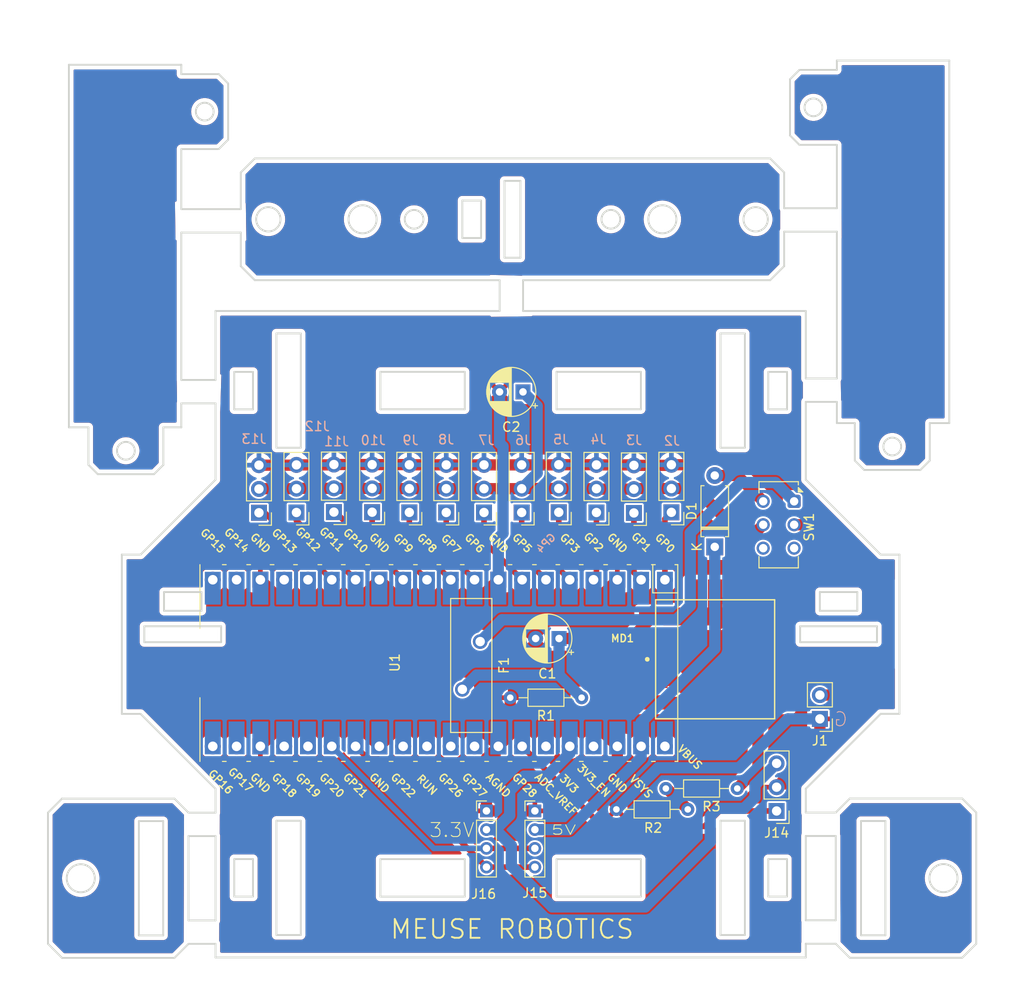
<source format=kicad_pcb>
(kicad_pcb (version 20240108) (generator "pcbnew") (generator_version "8.0")
  (layers (0 "F.Cu" signal) (31 "B.Cu" signal) (34 "B.Paste" user) (35 "F.Paste" user) (36 "B.SilkS" user "B.Silkscreen") (37 "F.SilkS" user "F.Silkscreen") (38 "B.Mask" user) (39 "F.Mask" user) (44 "Edge.Cuts" user))
  (net 0 "")
  (net 1 "GND")
  (net 2 "+VSW")
  (net 3 "+5V")
  (net 4 "Net-(D1-A)")
  (net 5 "+5VD")
  (net 6 "SV0")
  (net 7 "SV1")
  (net 8 "SV2")
  (net 9 "SV3")
  (net 10 "SV4")
  (net 11 "SV5")
  (net 12 "SV6")
  (net 13 "SV7")
  (net 14 "SV8")
  (net 15 "SV9")
  (net 16 "SV10")
  (net 17 "SV11")
  (net 18 "+3.3V")
  (net 19 "RMT")
  (net 20 "SDA")
  (net 21 "SCL")
  (net 23 "Net-(MD1-TRIM)")
  (net 26 "Net-(SW1A-A)")
  (net 27 "+BATT")
  (net 33 "Net-(R2-Pad2)")
  (footprint "RPi_Pico:RPi_Pico_SMD_TH" (layer "F.Cu") (at 135.23 109.86 -90)
    (property "Reference" "U1")
    (property "Value" "Pico")
  )
  (footprint "Connector_PinHeader_2.54mm:PinHeader_1x02_P2.54mm_Vertical" (layer "F.Cu") (at 175.9 115.82 180)
    (property "Reference" "J1")
    (property "Value" "Conn_01x02")
  )
  (footprint "Capacitor_THT:CP_Radial_D5.0mm_P2.50mm" (layer "F.Cu") (at 148.06 107.24 180)
    (property "Reference" "C1")
    (property "Value" "10u")
  )
  (footprint "Connector_PinHeader_2.54mm:PinHeader_1x03_P2.54mm_Vertical" (layer "F.Cu") (at 152.05 93.79 180)
    (property "Reference" "J4")
    (property "Value" "Conn_01x03")
  )
  (footprint "Connector_PinHeader_2.00mm:PinHeader_1x04_P2.00mm_Vertical" (layer "F.Cu") (at 145.48 125.64)
    (property "Reference" "J15")
    (property "Value" "Conn_01x04")
  )
  (footprint "Connector_PinHeader_2.54mm:PinHeader_1x03_P2.54mm_Vertical" (layer "F.Cu") (at 128.11 93.76 180)
    (property "Reference" "J10")
    (property "Value" "Conn_01x03")
  )
  (footprint "Connector_PinHeader_2.00mm:PinHeader_1x04_P2.00mm_Vertical" (layer "F.Cu") (at 140.31 125.64)
    (property "Reference" "J16")
    (property "Value" "Conn_01x04")
  )
  (footprint "Okl:MURATA_OKL-T-6-W12N-C_0" (layer "F.Cu") (at 164.72 109.46)
    (property "Reference" "MD1")
    (property "Value" "OKL-T_6-W12N-C")
  )
  (footprint "Connector_PinHeader_2.54mm:PinHeader_1x03_P2.54mm_Vertical" (layer "F.Cu") (at 171.28 125.65 180)
    (property "Reference" "J14")
    (property "Value" "Conn_01x03")
  )
  (footprint "Fuse:Fuse_BelFuse_0ZRE0055FF_L14.0mm_W4.1mm" (layer "F.Cu") (at 139.64 107.57 -90)
    (property "Reference" "F1")
    (property "Value" "Polyfuse_Small")
  )
  (footprint "Connector_PinHeader_2.54mm:PinHeader_1x03_P2.54mm_Vertical" (layer "F.Cu") (at 144.07 93.79 180)
    (property "Reference" "J6")
    (property "Value" "Conn_01x03")
  )
  (footprint "Connector_PinHeader_2.54mm:PinHeader_1x03_P2.54mm_Vertical" (layer "F.Cu") (at 136.02 93.79 180)
    (property "Reference" "J8")
    (property "Value" "Conn_01x03")
  )
  (footprint "Capacitor_THT:CP_Radial_D5.0mm_P2.50mm" (layer "F.Cu") (at 144.21 80.92 180)
    (property "Reference" "C2")
    (property "Value" "10u")
  )
  (footprint "Connector_PinHeader_2.54mm:PinHeader_1x03_P2.54mm_Vertical" (layer "F.Cu") (at 148.03 93.77 180)
    (property "Reference" "J5")
    (property "Value" "Conn_01x03")
  )
  (footprint "Connector_PinHeader_2.54mm:PinHeader_1x03_P2.54mm_Vertical" (layer "F.Cu") (at 156.05 93.84 180)
    (property "Reference" "J3")
    (property "Value" "Conn_01x03")
  )
  (footprint "Resistor_THT:R_Axial_DIN0204_L3.6mm_D1.6mm_P7.62mm_Horizontal" (layer "F.Cu") (at 150.47 113.56 180)
    (property "Reference" "R1")
    (property "Value" "20k")
  )
  (footprint "Connector_PinHeader_2.54mm:PinHeader_1x03_P2.54mm_Vertical" (layer "F.Cu") (at 116.03 93.82 180)
    (property "Reference" "J13")
    (property "Value" "Conn_01x03")
  )
  (footprint "Resistor_THT:R_Axial_DIN0204_L3.6mm_D1.6mm_P7.62mm_Horizontal" (layer "F.Cu") (at 167.08 123.25 180)
    (property "Reference" "R3")
    (property "Value" "1k")
  )
  (footprint "Button_Switch_THT:SW_CK_JS202011CQN_DPDT_Straight" (layer "F.Cu") (at 173.15 92.6 -90)
    (property "Reference" "SW1")
    (property "Value" "SW_DPDT_x2")
  )
  (footprint "Connector_PinHeader_2.54mm:PinHeader_1x03_P2.54mm_Vertical" (layer "F.Cu") (at 124.03 93.75 180)
    (property "Reference" "J11")
    (property "Value" "Conn_01x03")
  )
  (footprint "Resistor_THT:R_Axial_DIN0204_L3.6mm_D1.6mm_P7.62mm_Horizontal" (layer "F.Cu") (at 154.18 125.48)
    (property "Reference" "R2")
    (property "Value" "330")
  )
  (footprint "Connector_PinHeader_2.54mm:PinHeader_1x03_P2.54mm_Vertical" (layer "F.Cu") (at 160.05 93.775 180)
    (property "Reference" "J2")
    (property "Value" "Conn_01x03")
  )
  (footprint "Connector_PinHeader_2.54mm:PinHeader_1x03_P2.54mm_Vertical" (layer "F.Cu") (at 132.08 93.78 180)
    (property "Reference" "J9")
    (property "Value" "Conn_01x03")
  )
  (footprint "Connector_PinHeader_2.54mm:PinHeader_1x03_P2.54mm_Vertical" (layer "F.Cu") (at 120.03 93.79 180)
    (property "Reference" "J12")
    (property "Value" "Conn_01x03")
  )
  (footprint "Connector_PinHeader_2.54mm:PinHeader_1x03_P2.54mm_Vertical" (layer "F.Cu") (at 140.05 93.79 180)
    (property "Reference" "J7")
    (property "Value" "Conn_01x03")
  )
  (footprint "Diode_THT:D_A-405_P7.62mm_Horizontal" (layer "F.Cu") (at 164.68 97.46 90)
    (property "Reference" "D1")
    (property "Value" "D_Schottky")
  )
  (gr_line (start 111.394242 139.83) (end 108.51 139.83) (stroke (width 0.2)) (layer "Edge.Cuts"))
  (gr_line (start 111.994236 105.933685) (end 103.794236 105.933685) (stroke (width 0.2)) (layer "Edge.Cuts"))
  (gr_line (start 156.794243 134.789923) (end 156.794243 130.789923) (stroke (width 0.2)) (layer "Edge.Cuts"))
  (gr_line (start 143.938169 66.59691) (end 143.938169 58.39691) (stroke (width 0.2)) (layer "Edge.Cuts"))
  (gr_line (start 105.894236 102.283685) (end 105.894236 104.283685) (stroke (width 0.2)) (layer "Edge.Cuts"))
  (gr_line (start 114.088169 61.4133) (end 114.088169 57.49691) (stroke (width 0.2)) (layer "Edge.Cuts"))
  (gr_line (start 111.394242 72.283685) (end 141.720348 72.283685) (stroke (width 0.2)) (layer "Edge.Cuts"))
  (gr_line (start 179.091147 124.318234) (end 191.091147 124.318234) (stroke (width 0.2)) (layer "Edge.Cuts"))
  (gr_line (start 103.21 126.73) (end 103.21 138.93) (stroke (width 0.2)) (layer "Edge.Cuts"))
  (gr_line (start 170.588169 68.99691) (end 144.220348 68.99691) (stroke (width 0.2)) (layer "Edge.Cuts"))
  (gr_line (start 172.71202 47.549798) (end 173.712018 46.549798) (stroke (width 0.2)) (layer "Edge.Cuts"))
  (gr_line (start 109.894236 104.283685) (end 109.894236 102.283685) (stroke (width 0.2)) (layer "Edge.Cuts"))
  (gr_line (start 167.894243 86.877447) (end 167.894243 74.677447) (stroke (width 0.2)) (layer "Edge.Cuts"))
  (gr_line (start 179.091147 141.318234) (end 177.591147 139.818234) (stroke (width 0.2)) (layer "Edge.Cuts"))
  (gr_line (start 186.62706 89.249798) (end 180.62706 89.249798) (stroke (width 0.2)) (layer "Edge.Cuts"))
  (gr_line (start 147.794243 134.789923) (end 156.794243 134.789923) (stroke (width 0.2)) (layer "Edge.Cuts"))
  (gr_line (start 174.394243 90.2882) (end 182.394243 98.2882) (stroke (width 0.2)) (layer "Edge.Cuts"))
  (gr_line (start 165.294243 86.877447) (end 167.894243 86.877447) (stroke (width 0.2)) (layer "Edge.Cuts"))
  (gr_line (start 170.394243 130.783685) (end 170.394243 134.783685) (stroke (width 0.2)) (layer "Edge.Cuts"))
  (gr_line (start 128.994242 134.789923) (end 137.994242 134.789923) (stroke (width 0.2)) (layer "Edge.Cuts"))
  (gr_line (start 175.894249 104.283685) (end 179.894249 104.283685) (stroke (width 0.2)) (layer "Edge.Cuts"))
  (gr_line (start 115.394242 134.783685) (end 115.394242 130.783685) (stroke (width 0.2)) (layer "Edge.Cuts"))
  (gr_line (start 177.712029 63.816086) (end 172.088169 63.816086) (stroke (width 0.2)) (layer "Edge.Cuts"))
  (gr_line (start 128.994242 130.789923) (end 128.994242 134.789923) (stroke (width 0.2)) (layer "Edge.Cuts"))
  (gr_line (start 182.891147 138.918234) (end 182.891147 126.718234) (stroke (width 0.2)) (layer "Edge.Cuts"))
  (gr_line (start 98.827314 89.702253) (end 97.827314 88.702253) (stroke (width 0.2)) (layer "Edge.Cuts"))
  (gr_circle (center 169.044408 62.49691) (end 170.344408 62.49691) (stroke (width 0.2)) (fill none) (layer "Edge.Cuts"))
  (gr_line (start 120.494242 86.877446) (end 120.494242 74.677446) (stroke (width 0.2)) (layer "Edge.Cuts"))
  (gr_line (start 172.394243 130.783685) (end 170.394243 130.783685) (stroke (width 0.2)) (layer "Edge.Cuts"))
  (gr_line (start 187.62706 88.249798) (end 186.62706 89.249798) (stroke (width 0.2)) (layer "Edge.Cuts"))
  (gr_line (start 93.51 125.83) (end 95.01 124.33) (stroke (width 0.2)) (layer "Edge.Cuts"))
  (gr_line (start 177.712029 45.549798) (end 189.712029 45.549798) (stroke (width 0.2)) (layer "Edge.Cuts"))
  (gr_line (start 120.494242 126.689923) (end 117.894242 126.689923) (stroke (width 0.2)) (layer "Edge.Cuts"))
  (gr_line (start 172.394243 78.783685) (end 170.394243 78.783685) (stroke (width 0.2)) (layer "Edge.Cuts"))
  (gr_line (start 165.294243 74.677447) (end 165.294243 86.877447) (stroke (width 0.2)) (layer "Edge.Cuts"))
  (gr_line (start 172.088169 57.49691) (end 172.088169 61.316086) (stroke (width 0.2)) (layer "Edge.Cuts"))
  (gr_line (start 107.742346 84.702253) (end 105.827314 84.702253) (stroke (width 0.2)) (layer "Edge.Cuts"))
  (gr_line (start 170.588169 55.99691) (end 172.088169 57.49691) (stroke (width 0.2)) (layer "Edge.Cuts"))
  (gr_line (start 179.894249 102.283685) (end 175.894249 102.283685) (stroke (width 0.2)) (layer "Edge.Cuts"))
  (gr_line (start 165.294243 126.689923) (end 165.294243 138.889923) (stroke (width 0.2)) (layer "Edge.Cuts"))
  (gr_line (start 189.712028 84.249798) (end 187.62706 84.249798) (stroke (width 0.2)) (layer "Edge.Cuts"))
  (gr_line (start 128.994242 78.777446) (end 128.994242 82.777446) (stroke (width 0.2)) (layer "Edge.Cuts"))
  (gr_line (start 107.742345 63.9133) (end 107.742346 79.643655) (stroke (width 0.2)) (layer "Edge.Cuts"))
  (gr_circle (center 183.62706 86.749798) (end 184.57706 86.749798) (stroke (width 0.2)) (fill none) (layer "Edge.Cuts"))
  (gr_line (start 172.394243 134.783685) (end 172.394243 130.783685) (stroke (width 0.2)) (layer "Edge.Cuts"))
  (gr_line (start 111.394242 125.83) (end 111.394242 123.283685) (stroke (width 0.2)) (layer "Edge.Cuts"))
  (gr_line (start 107.742345 61.4133) (end 114.088169 61.4133) (stroke (width 0.2)) (layer "Edge.Cuts"))
  (gr_line (start 192.591147 125.818234) (end 192.591147 139.818234) (stroke (width 0.2)) (layer "Edge.Cuts"))
  (gr_line (start 174.394242 72.283685) (end 174.394243 79.484141) (stroke (width 0.2)) (layer "Edge.Cuts"))
  (gr_line (start 174.394243 123.27917) (end 174.394243 125.818234) (stroke (width 0.2)) (layer "Edge.Cuts"))
  (gr_line (start 95.742346 84.702253) (end 95.742344 46.002253) (stroke (width 0.2)) (layer "Edge.Cuts"))
  (gr_line (start 108.51 137.33) (end 111.394242 137.33) (stroke (width 0.2)) (layer "Edge.Cuts"))
  (gr_line (start 103.794236 107.633685) (end 111.994236 107.633685) (stroke (width 0.2)) (layer "Edge.Cuts"))
  (gr_line (start 111.394242 141.283685) (end 111.394242 139.83) (stroke (width 0.2)) (layer "Edge.Cuts"))
  (gr_line (start 101.394236 115.283685) (end 101.394236 98.283684) (stroke (width 0.2)) (layer "Edge.Cuts"))
  (gr_line (start 107.742344 47.002253) (end 111.742356 47.002253) (stroke (width 0.2)) (layer "Edge.Cuts"))
  (gr_line (start 177.712029 46.549798) (end 177.712029 45.549798) (stroke (width 0.2)) (layer "Edge.Cuts"))
  (gr_line (start 179.62706 84.249798) (end 177.712028 84.249798) (stroke (width 0.2)) (layer "Edge.Cuts"))
  (gr_line (start 177.712028 81.984141) (end 174.394243 81.984141) (stroke (width 0.2)) (layer "Edge.Cuts"))
  (gr_line (start 114.088169 63.9133) (end 107.742345 63.9133) (stroke (width 0.2)) (layer "Edge.Cuts"))
  (gr_line (start 177.712028 84.249798) (end 177.712028 81.984141) (stroke (width 0.2)) (layer "Edge.Cuts"))
  (gr_line (start 174.394243 128.318234) (end 174.394243 137.318234) (stroke (width 0.2)) (layer "Edge.Cuts"))
  (gr_line (start 172.712033 53.549798) (end 172.71202 47.549798) (stroke (width 0.2)) (layer "Edge.Cuts"))
  (gr_line (start 177.712029 54.549798) (end 173.712035 54.549798) (stroke (width 0.2)) (layer "Edge.Cuts"))
  (gr_line (start 187.62706 84.249798) (end 187.62706 88.249798) (stroke (width 0.2)) (layer "Edge.Cuts"))
  (gr_line (start 181.994249 105.933685) (end 173.794249 105.933685) (stroke (width 0.2)) (layer "Edge.Cuts"))
  (gr_circle (center 153.588169 62.49691) (end 154.588169 62.49691) (stroke (width 0.2)) (fill none) (layer "Edge.Cuts"))
  (gr_line (start 120.494242 138.889923) (end 120.494242 126.689923) (stroke (width 0.2)) (layer "Edge.Cuts"))
  (gr_circle (center 97.01 132.83) (end 98.51 132.83) (stroke (width 0.2)) (fill none) (layer "Edge.Cuts"))
  (gr_line (start 180.62706 89.249798) (end 179.62706 88.249798) (stroke (width 0.2)) (layer "Edge.Cuts"))
  (gr_line (start 117.894242 138.889923) (end 120.494242 138.889923) (stroke (width 0.2)) (layer "Edge.Cuts"))
  (gr_line (start 105.827314 84.702253) (end 105.827314 88.702253) (stroke (width 0.2)) (layer "Edge.Cuts"))
  (gr_line (start 97.827314 84.702253) (end 95.742346 84.702253) (stroke (width 0.2)) (layer "Edge.Cuts"))
  (gr_line (start 177.591147 125.818234) (end 179.091147 124.318234) (stroke (width 0.2)) (layer "Edge.Cuts"))
  (gr_line (start 111.394242 82.143655) (end 107.742346 82.143655) (stroke (width 0.2)) (layer "Edge.Cuts"))
  (gr_line (start 172.088169 61.316086) (end 177.712029 61.316086) (stroke (width 0.2)) (layer "Edge.Cuts"))
  (gr_line (start 179.62706 88.249798) (end 179.62706 84.249798) (stroke (width 0.2)) (layer "Edge.Cuts"))
  (gr_line (start 139.738169 60.49691) (end 137.738169 60.49691) (stroke (width 0.2)) (layer "Edge.Cuts"))
  (gr_line (start 107.01 124.33) (end 108.51 125.83) (stroke (width 0.2)) (layer "Edge.Cuts"))
  (gr_line (start 181.994249 107.633685) (end 181.994249 105.933685) (stroke (width 0.2)) (layer "Edge.Cuts"))
  (gr_line (start 95.01 141.33) (end 93.51 139.83) (stroke (width 0.2)) (layer "Edge.Cuts"))
  (gr_line (start 173.712035 54.549798) (end 172.712033 53.549798) (stroke (width 0.2)) (layer "Edge.Cuts"))
  (gr_line (start 109.894236 102.283685) (end 105.894236 102.283685) (stroke (width 0.2)) (layer "Edge.Cuts"))
  (gr_circle (center 132.588169 62.49691) (end 133.588169 62.49691) (stroke (width 0.2)) (fill none) (layer "Edge.Cuts"))
  (gr_line (start 177.591147 137.318234) (end 177.591147 128.318234) (stroke (width 0.2)) (layer "Edge.Cuts"))
  (gr_line (start 105.81 126.73) (end 103.21 126.73) (stroke (width 0.2)) (layer "Edge.Cuts"))
  (gr_line (start 173.794249 105.933685) (end 173.794249 107.633685) (stroke (width 0.2)) (layer "Edge.Cuts"))
  (gr_line (start 180.291147 126.718234) (end 180.291147 138.918234) (stroke (width 0.2)) (layer "Edge.Cuts"))
  (gr_line (start 111.994236 107.633685) (end 111.994236 105.933685) (stroke (width 0.2)) (layer "Edge.Cuts"))
  (gr_line (start 167.894243 138.889923) (end 167.894243 126.689923) (stroke (width 0.2)) (layer "Edge.Cuts"))
  (gr_line (start 142.238169 58.39691) (end 142.238169 66.59691) (stroke (width 0.2)) (layer "Edge.Cuts"))
  (gr_line (start 172.088169 67.49691) (end 170.588169 68.99691) (stroke (width 0.2)) (layer "Edge.Cuts"))
  (gr_line (start 107.01 141.33) (end 95.01 141.33) (stroke (width 0.2)) (layer "Edge.Cuts"))
  (gr_line (start 173.712018 46.549798) (end 177.712029 46.549798) (stroke (width 0.2)) (layer "Edge.Cuts"))
  (gr_line (start 103.21 138.93) (end 105.81 138.93) (stroke (width 0.2)) (layer "Edge.Cuts"))
  (gr_line (start 175.894249 102.283685) (end 175.894249 104.283685) (stroke (width 0.2)) (layer "Edge.Cuts"))
  (gr_line (start 117.894242 86.877446) (end 120.494242 86.877446) (stroke (width 0.2)) (layer "Edge.Cuts"))
  (gr_line (start 104.827314 89.702253) (end 98.827314 89.702253) (stroke (width 0.2)) (layer "Edge.Cuts"))
  (gr_line (start 141.720348 68.99691) (end 115.588169 68.99691) (stroke (width 0.2)) (layer "Edge.Cuts"))
  (gr_line (start 177.591147 128.318234) (end 174.394243 128.318234) (stroke (width 0.2)) (layer "Edge.Cuts"))
  (gr_circle (center 110.242346 51.002259) (end 111.192346 51.002259) (stroke (width 0.2)) (fill none) (layer "Edge.Cuts"))
  (gr_line (start 191.091147 124.318234) (end 192.591147 125.818234) (stroke (width 0.2)) (layer "Edge.Cuts"))
  (gr_line (start 112.742353 48.002253) (end 112.742341 54.002253) (stroke (width 0.2)) (layer "Edge.Cuts"))
  (gr_circle (center 189.091147 132.818234) (end 190.591147 132.818234) (stroke (width 0.2)) (fill none) (layer "Edge.Cuts"))
  (gr_line (start 113.394242 130.783685) (end 113.394242 134.783685) (stroke (width 0.2)) (layer "Edge.Cuts"))
  (gr_line (start 105.827314 88.702253) (end 104.827314 89.702253) (stroke (width 0.2)) (layer "Edge.Cuts"))
  (gr_line (start 95.742344 46.002253) (end 107.742344 46.002253) (stroke (width 0.2)) (layer "Edge.Cuts"))
  (gr_line (start 105.894236 104.283685) (end 109.894236 104.283685) (stroke (width 0.2)) (layer "Edge.Cuts"))
  (gr_line (start 103.394242 115.283685) (end 101.394236 115.283685) (stroke (width 0.2)) (layer "Edge.Cuts"))
  (gr_line (start 141.720348 72.283685) (end 141.720348 68.99691) (stroke (width 0.2)) (layer "Edge.Cuts"))
  (gr_line (start 115.394242 130.783685) (end 113.394242 130.783685) (stroke (width 0.2)) (layer "Edge.Cuts"))
  (gr_line (start 112.742341 54.002253) (end 111.742339 55.002253) (stroke (width 0.2)) (layer "Edge.Cuts"))
  (gr_line (start 174.394243 137.318234) (end 177.591147 137.318234) (stroke (width 0.2)) (layer "Edge.Cuts"))
  (gr_line (start 103.794236 105.933685) (end 103.794236 107.633685) (stroke (width 0.2)) (layer "Edge.Cuts"))
  (gr_line (start 144.220348 72.283685) (end 174.394242 72.283685) (stroke (width 0.2)) (layer "Edge.Cuts"))
  (gr_line (start 111.394242 90.283684) (end 111.394242 82.143655) (stroke (width 0.2)) (layer "Edge.Cuts"))
  (gr_line (start 111.394242 137.33) (end 111.394242 128.33) (stroke (width 0.2)) (layer "Edge.Cuts"))
  (gr_line (start 182.394243 98.2882) (end 184.394249 98.2882) (stroke (width 0.2)) (layer "Edge.Cuts"))
  (gr_line (start 182.891147 126.718234) (end 180.291147 126.718234) (stroke (width 0.2)) (layer "Edge.Cuts"))
  (gr_line (start 180.291147 138.918234) (end 182.891147 138.918234) (stroke (width 0.2)) (layer "Edge.Cuts"))
  (gr_line (start 107.742344 46.002253) (end 107.742344 47.002253) (stroke (width 0.2)) (layer "Edge.Cuts"))
  (gr_line (start 137.994242 130.789923) (end 128.994242 130.789923) (stroke (width 0.2)) (layer "Edge.Cuts"))
  (gr_circle (center 117.031931 62.49691) (end 118.331931 62.49691) (stroke (width 0.2)) (fill none) (layer "Edge.Cuts"))
  (gr_line (start 143.938169 58.39691) (end 142.238169 58.39691) (stroke (width 0.2)) (layer "Edge.Cuts"))
  (gr_line (start 137.994242 78.777446) (end 128.994242 78.777446) (stroke (width 0.2)) (layer "Edge.Cuts"))
  (gr_line (start 113.394242 78.783685) (end 113.394242 82.783685) (stroke (width 0.2)) (layer "Edge.Cuts"))
  (gr_line (start 97.827314 88.702253) (end 97.827314 84.702253) (stroke (width 0.2)) (layer "Edge.Cuts"))
  (gr_line (start 172.088169 63.816086) (end 172.088169 67.49691) (stroke (width 0.2)) (layer "Edge.Cuts"))
  (gr_line (start 147.794243 130.789923) (end 147.794243 134.789923) (stroke (width 0.2)) (layer "Edge.Cuts"))
  (gr_line (start 182.394243 115.27917) (end 174.394243 123.27917) (stroke (width 0.2)) (layer "Edge.Cuts"))
  (gr_line (start 156.794243 82.777447) (end 156.794243 78.777447) (stroke (width 0.2)) (layer "Edge.Cuts"))
  (gr_line (start 115.394242 82.783685) (end 115.394242 78.783685) (stroke (width 0.2)) (layer "Edge.Cuts"))
  (gr_line (start 174.394243 79.484141) (end 177.712028 79.484141) (stroke (width 0.2)) (layer "Edge.Cuts"))
  (gr_line (start 177.712028 79.484141) (end 177.712029 63.816086) (stroke (width 0.2)) (layer "Edge.Cuts"))
  (gr_line (start 177.591147 139.818234) (end 174.394243 139.818234) (stroke (width 0.2)) (layer "Edge.Cuts"))
  (gr_line (start 142.238169 66.59691) (end 143.938169 66.59691) (stroke (width 0.2)) (layer "Edge.Cuts"))
  (gr_line (start 174.394243 125.818234) (end 177.591147 125.818234) (stroke (width 0.2)) (layer "Edge.Cuts"))
  (gr_line (start 137.994242 134.789923) (end 137.994242 130.789923) (stroke (width 0.2)) (layer "Edge.Cuts"))
  (gr_line (start 108.51 139.83) (end 107.01 141.33) (stroke (width 0.2)) (layer "Edge.Cuts"))
  (gr_line (start 137.994242 82.777446) (end 137.994242 78.777446) (stroke (width 0.2)) (layer "Edge.Cuts"))
  (gr_line (start 156.794243 78.777447) (end 147.794243 78.777447) (stroke (width 0.2)) (layer "Edge.Cuts"))
  (gr_line (start 170.394243 134.783685) (end 172.394243 134.783685) (stroke (width 0.2)) (layer "Edge.Cuts"))
  (gr_line (start 120.494242 74.677446) (end 117.894242 74.677446) (stroke (width 0.2)) (layer "Edge.Cuts"))
  (gr_line (start 111.394242 123.283685) (end 103.394242 115.283685) (stroke (width 0.2)) (layer "Edge.Cuts"))
  (gr_line (start 184.394249 98.2882) (end 184.394249 115.27917) (stroke (width 0.2)) (layer "Edge.Cuts"))
  (gr_line (start 184.394249 115.27917) (end 182.394243 115.27917) (stroke (width 0.2)) (layer "Edge.Cuts"))
  (gr_line (start 115.394242 78.783685) (end 113.394242 78.783685) (stroke (width 0.2)) (layer "Edge.Cuts"))
  (gr_line (start 107.742346 82.143655) (end 107.742346 84.702253) (stroke (width 0.2)) (layer "Edge.Cuts"))
  (gr_line (start 137.738169 60.49691) (end 137.738169 64.49691) (stroke (width 0.2)) (layer "Edge.Cuts"))
  (gr_line (start 117.894242 74.677446) (end 117.894242 86.877446) (stroke (width 0.2)) (layer "Edge.Cuts"))
  (gr_line (start 103.394242 98.283684) (end 111.394242 90.283684) (stroke (width 0.2)) (layer "Edge.Cuts"))
  (gr_line (start 174.394243 139.818234) (end 174.394243 141.283685) (stroke (width 0.2)) (layer "Edge.Cuts"))
  (gr_line (start 172.394243 82.783685) (end 172.394243 78.783685) (stroke (width 0.2)) (layer "Edge.Cuts"))
  (gr_line (start 114.088169 67.49691) (end 114.088169 63.9133) (stroke (width 0.2)) (layer "Edge.Cuts"))
  (gr_line (start 95.01 124.33) (end 107.01 124.33) (stroke (width 0.2)) (layer "Edge.Cuts"))
  (gr_line (start 114.088169 57.49691) (end 115.588169 55.99691) (stroke (width 0.2)) (layer "Edge.Cuts"))
  (gr_line (start 105.81 138.93) (end 105.81 126.73) (stroke (width 0.2)) (layer "Edge.Cuts"))
  (gr_line (start 174.394243 81.984141) (end 174.394243 90.2882) (stroke (width 0.2)) (layer "Edge.Cuts"))
  (gr_circle (center 159.088169 62.49691) (end 160.588169 62.49691) (stroke (width 0.2)) (fill none) (layer "Edge.Cuts"))
  (gr_line (start 107.742346 79.643655) (end 111.394242 79.643655) (stroke (width 0.2)) (layer "Edge.Cuts"))
  (gr_line (start 173.794249 107.633685) (end 181.994249 107.633685) (stroke (width 0.2)) (layer "Edge.Cuts"))
  (gr_circle (center 101.827314 87.202253) (end 102.777314 87.202253) (stroke (width 0.2)) (fill none) (layer "Edge.Cuts"))
  (gr_line (start 113.394242 134.783685) (end 115.394242 134.783685) (stroke (width 0.2)) (layer "Edge.Cuts"))
  (gr_line (start 115.588169 55.99691) (end 170.588169 55.99691) (stroke (width 0.2)) (layer "Edge.Cuts"))
  (gr_line (start 177.712029 61.316086) (end 177.712029 54.549798) (stroke (width 0.2)) (layer "Edge.Cuts"))
  (gr_circle (center 127.088169 62.49691) (end 128.588169 62.49691) (stroke (width 0.2)) (fill none) (layer "Edge.Cuts"))
  (gr_line (start 108.51 125.83) (end 111.394242 125.83) (stroke (width 0.2)) (layer "Edge.Cuts"))
  (gr_line (start 128.994242 82.777446) (end 137.994242 82.777446) (stroke (width 0.2)) (layer "Edge.Cuts"))
  (gr_line (start 111.394242 79.643655) (end 111.394242 72.283685) (stroke (width 0.2)) (layer "Edge.Cuts"))
  (gr_line (start 111.394242 128.33) (end 108.51 128.33) (stroke (width 0.2)) (layer "Edge.Cuts"))
  (gr_line (start 189.712029 45.549798) (end 189.712028 84.249798) (stroke (width 0.2)) (layer "Edge.Cuts"))
  (gr_line (start 111.742356 47.002253) (end 112.742353 48.002253) (stroke (width 0.2)) (layer "Edge.Cuts"))
  (gr_line (start 174.394243 141.283685) (end 111.394242 141.283685) (stroke (width 0.2)) (layer "Edge.Cuts"))
  (gr_line (start 179.894249 104.283685) (end 179.894249 102.283685) (stroke (width 0.2)) (layer "Edge.Cuts"))
  (gr_line (start 101.394236 98.283684) (end 103.394242 98.283684) (stroke (width 0.2)) (layer "Edge.Cuts"))
  (gr_line (start 170.394243 78.783685) (end 170.394243 82.783685) (stroke (width 0.2)) (layer "Edge.Cuts"))
  (gr_line (start 191.091147 141.318234) (end 179.091147 141.318234) (stroke (width 0.2)) (layer "Edge.Cuts"))
  (gr_line (start 165.294243 138.889923) (end 167.894243 138.889923) (stroke (width 0.2)) (layer "Edge.Cuts"))
  (gr_line (start 137.738169 64.49691) (end 139.738169 64.49691) (stroke (width 0.2)) (layer "Edge.Cuts"))
  (gr_line (start 167.894243 74.677447) (end 165.294243 74.677447) (stroke (width 0.2)) (layer "Edge.Cuts"))
  (gr_line (start 93.51 139.83) (end 93.51 125.83) (stroke (width 0.2)) (layer "Edge.Cuts"))
  (gr_line (start 147.794243 78.777447) (end 147.794243 82.777447) (stroke (width 0.2)) (layer "Edge.Cuts"))
  (gr_line (start 147.794243 82.777447) (end 156.794243 82.777447) (stroke (width 0.2)) (layer "Edge.Cuts"))
  (gr_line (start 111.742339 55.002253) (end 107.742344 55.002253) (stroke (width 0.2)) (layer "Edge.Cuts"))
  (gr_line (start 113.394242 82.783685) (end 115.394242 82.783685) (stroke (width 0.2)) (layer "Edge.Cuts"))
  (gr_line (start 115.588169 68.99691) (end 114.088169 67.49691) (stroke (width 0.2)) (layer "Edge.Cuts"))
  (gr_line (start 117.894242 126.689923) (end 117.894242 138.889923) (stroke (width 0.2)) (layer "Edge.Cuts"))
  (gr_circle (center 175.212028 50.549804) (end 176.162028 50.549804) (stroke (width 0.2)) (fill none) (layer "Edge.Cuts"))
  (gr_line (start 107.742344 55.002253) (end 107.742345 61.4133) (stroke (width 0.2)) (layer "Edge.Cuts"))
  (gr_line (start 167.894243 126.689923) (end 165.294243 126.689923) (stroke (width 0.2)) (layer "Edge.Cuts"))
  (gr_line (start 192.591147 139.818234) (end 191.091147 141.318234) (stroke (width 0.2)) (layer "Edge.Cuts"))
  (gr_line (start 108.51 128.33) (end 108.51 137.33) (stroke (width 0.2)) (layer "Edge.Cuts"))
  (gr_line (start 144.220348 68.99691) (end 144.220348 72.283685) (stroke (width 0.2)) (layer "Edge.Cuts"))
  (gr_line (start 170.394243 82.783685) (end 172.394243 82.783685) (stroke (width 0.2)) (layer "Edge.Cuts"))
  (gr_line (start 156.794243 130.789923) (end 147.794243 130.789923) (stroke (width 0.2)) (layer "Edge.Cuts"))
  (gr_line (start 139.738169 64.49691) (end 139.738169 60.49691) (stroke (width 0.2)) (layer "Edge.Cuts"))
  (gr_text "G" (at 178.95 116.74 -0) (layer "B.SilkS") (effects (font (size 1.5 1.5) (thickness 0.1)) (justify left bottom mirror)))
  (gr_text "MEUSE ROBOTICS" (at 129.92 139.44 0) (layer "F.SilkS") (effects (font (size 2 2) (thickness 0.2)) (justify left bottom)))
  (gr_text "5V" (at 147.13 128.26 0) (layer "F.SilkS") (effects (font (size 1 1.5) (thickness 0.1)) (justify left bottom)))
  (gr_text "3.3V" (at 134.13 128.57 0) (layer "F.SilkS") (effects (font (size 1.5 1.5) (thickness 0.1)) (justify left bottom)))
  (segment (start 136.01 88.7) (end 136.02 88.71) (width 1.2) (layer "F.Cu") (net 1))
  (segment (start 171.28 123.11) (end 175.9 118.49) (width 1.2) (layer "F.Cu") (net 1))
  (segment (start 158.12 109.46) (end 145.58 109.46) (width 1.2) (layer "F.Cu") (net 1))
  (segment (start 116.06 88.71) (end 116.03 88.74) (width 1.2) (layer "F.Cu") (net 1))
  (segment (start 128.88 100.97) (end 127.23 102.62) (width 1.2) (layer "F.Cu") (net 1))
  (segment (start 175.9 118.49) (end 175.9 115.82) (width 1.2) (layer "F.Cu") (net 1))
  (segment (start 128.1 88.67) (end 128.11 88.68) (width 1.2) (layer "F.Cu") (net 1))
  (segment (start 145.56 107.24) (end 145.56 109.48) (width 1.2) (layer "F.Cu") (net 1))
  (segment (start 141.58 103.26) (end 145.56 107.24) (width 1.2) (layer "F.Cu") (net 1))
  (segment (start 148.05 88.71) (end 148.03 88.69) (width 1.2) (layer "F.Cu") (net 1))
  (segment (start 132.075 88.745) (end 132.06 88.73) (width 1.2) (layer "F.Cu") (net 1))
  (segment (start 141.58 100.97) (end 141.58 103.26) (width 1.2) (layer "F.Cu") (net 1))
  (segment (start 132.06 88.68) (end 132.08 88.7) (width 1.2) (layer "F.Cu") (net 1))
  (segment (start 145.56 106.10863) (end 147.81863 103.85) (width 1.2) (layer "F.Cu") (net 1))
  (segment (start 139.93 102.62) (end 130.53 102.62) (width 1.2) (layer "F.Cu") (net 1))
  (segment (start 120.07 88.67) (end 120.03 88.71) (width 1.2) (layer "F.Cu") (net 1))
  (segment (start 145.56 109.48) (end 145.56 110.85) (width 1.2) (layer "F.Cu") (net 1))
  (segment (start 159.985 88.76) (end 160.05 88.695) (width 1.2) (layer "F.Cu") (net 1))
  (segment (start 152.1 88.76) (end 152.05 88.71) (width 1.2) (layer "F.Cu") (net 1))
  (segment (start 127.23 102.62) (end 117.83 102.62) (width 1.2) (layer "F.Cu") (net 1))
  (segment (start 156 88.71) (end 156.05 88.76) (width 1.2) (layer "F.Cu") (net 1))
  (segment (start 164.72 109.43) (end 164.72 106.031) (width 1.2) (layer "F.Cu") (net 1))
  (segment (start 140.31 125.64) (end 145.48 125.64) (width 1.2) (layer "F.Cu") (net 1))
  (segment (start 148.03 88.69) (end 152.03 88.69) (width 1.2) (layer "F.Cu") (net 1))
  (segment (start 145.56 107.24) (end 145.56 106.10863) (width 1.2) (layer "F.Cu") (net 1))
  (segment (start 132.08 88.7) (end 136.01 88.7) (width 1.2) (layer "F.Cu") (net 1))
  (segment (start 141.58 100.97) (end 139.93 102.62) (width 1.2) (layer "F.Cu") (net 1))
  (segment (start 120.03 88.71) (end 123.99 88.71) (width 1.2) (layer "F.Cu") (net 1))
  (segment (start 142.85 116.72) (end 143.23 117.1) (width 1.2) (layer "F.Cu") (net 1))
  (segment (start 147.81863 103.85) (end 151.4 103.85) (width 1.2) (layer "F.Cu") (net 1))
  (segment (start 141.55 118.42) (end 141.55 118.8) (width 1.2) (layer "F.Cu") (net 1))
  (segment (start 144.07 88.71) (end 148.01 88.71) (width 1.2) (layer "F.Cu") (net 1))
  (segment (start 120 88.74) (end 120.03 88.71) (width 1.2) (layer "F.Cu") (net 1))
  (segment (start 139.93 117.1) (end 130.53 117.1) (width 1.2) (layer "F.Cu") (net 1))
  (segment (start 117.83 102.62) (end 116.18 100.97) (width 1.2) (layer "F.Cu") (net 1))
  (segment (start 154.28 118.75) (end 152.63 117.1) (width 1.2) (layer "F.Cu") (net 1))
  (segment (start 148.01 88.71) (end 148.03 88.69) (width 1.2) (layer "F.Cu") (net 1))
  (segment (start 140.11 88.73) (end 140.06 88.68) (width 1.2) (layer "F.Cu") (net 1))
  (segment (start 145.58 109.46) (end 145.56 109.48) (width 1.2) (layer "F.Cu") (net 1))
  (segment (start 128.16 88.73) (end 128.11 88.68) (width 1.2) (layer "F.Cu") (net 1))
  (segment (start 130.53 117.1) (end 128.88 118.75) (width 1.2) (layer "F.Cu") (net 1))
  (segment (start 141.58 118.75) (end 139.93 117.1) (width 1.2) (layer "F.Cu") (net 1))
  (segment (start 117.83 117.1) (end 116.18 118.75) (width 1.2) (layer "F.Cu") (net 1))
  (segment (start 136.145 88.68) (end 136.08 88.745) (width 1.2) (layer "F.Cu") (net 1))
  (segment (start 145.56 110.85) (end 142.85 113.56) (width 1.2) (layer "F.Cu") (net 1))
  (segment (start 152.03 88.69) (end 152.05 88.71) (width 1.2) (layer "F.Cu") (net 1))
  (segment (start 116.03 88.74) (end 120 88.74) (width 1.2) (layer "F.Cu") (net 1))
  (segment (start 140.05 88.71) (end 144.07 88.71) (width 1.2) (layer "F.Cu") (net 1))
  (segment (start 164.69 109.46) (end 164.72 109.43) (width 1.2) (layer "F.Cu") (net 1))
  (segment (start 171.28 123.11) (end 171.5 122.89) (width 1.2) (layer "F.Cu") (net 1))
  (segment (start 130.53 102.62) (end 128.88 100.97) (width 1.2) (layer "F.Cu") (net 1))
  (segment (start 136.02 88.71) (end 140.05 88.71) (width 1.2) (layer "F.Cu") (net 1))
  (segment (start 160.05 88.695) (end 162.275 88.695) (width 1.2) (layer "F.Cu") (net 1))
  (segment (start 127.23 117.1) (end 117.83 117.1) (width 1.2) (layer "F.Cu") (net 1))
  (segment (start 162.275 88.695) (end 162.32 88.65) (width 1.2) (layer "F.Cu") (net 1))
  (segment (start 124.03 88.67) (end 128.1 88.67) (width 1.2) (layer "F.Cu") (net 1))
  (segment (start 164.72 106.031) (end 165.863 104.888) (width 1.2) (layer "F.Cu") (net 1))
  (segment (start 124.04 88.68) (end 124.03 88.67) (width 1.2) (layer "F.Cu") (net 1))
  (segment (start 151.4 103.85) (end 154.28 100.97) (width 1.2) (layer "F.Cu") (net 1))
  (segment (start 128.11 88.68) (end 132.06 88.68) (width 1.2) (layer "F.Cu") (net 1))
  (segment (start 154.28 118.75) (end 154.28 125.38) (width 1.2) (layer "F.Cu") (net 1))
  (segment (start 143.23 117.1) (end 141.58 118.75) (width 1.2) (layer "F.Cu") (net 1))
  (segment (start 142.85 113.56) (end 142.85 116.72) (width 1.2) (layer "F.Cu") (net 1))
  (segment (start 152.63 117.1) (end 143.23 117.1) (width 1.2) (layer "F.Cu") (net 1))
  (segment (start 164.72 114.032) (end 164.72 109.43) (width 1.2) (layer "F.Cu") (net 1))
  (segment (start 140.31 120.02) (end 141.58 118.75) (width 1.2) (layer "F.Cu") (net 1))
  (segment (start 156.05 88.76) (end 159.985 88.76) (width 1.2) (layer "F.Cu") (net 1))
  (segment (start 123.99 88.71) (end 124.03 88.67) (width 1.2) (layer "F.Cu") (net 1))
  (segment (start 160.148 109.46) (end 164.69 109.46) (width 1.2) (layer "F.Cu") (net 1))
  (segment (start 128.88 118.75) (end 127.23 117.1) (width 1.2) (layer "F.Cu") (net 1))
  (segment (start 140.31 125.64) (end 140.31 120.02) (width 1.2) (layer "F.Cu") (net 1))
  (segment (start 152.05 88.71) (end 156 88.71) (width 1.2) (layer "F.Cu") (net 1))
  (segment (start 154.28 125.38) (end 154.18 125.48) (width 1.2) (layer "F.Cu") (net 1))
  (segment (start 156.115 88.695) (end 156.05 88.76) (width 1.2) (layer "F.Cu") (net 1))
  (segment (start 144.1 88.69) (end 144.06 88.73) (width 1.2) (layer "F.Cu") (net 1))
  (segment (start 141.71 86.39) (end 141.71 80.92) (width 1.2) (layer "B.Cu") (net 1))
  (segment (start 167.28 121.04) (end 172.5 115.82) (width 1.2) (layer "B.Cu") (net 1))
  (segment (start 172.5 115.82) (end 175.9 115.82) (width 1.2) (layer "B.Cu") (net 1))
  (segment (start 141.58 96.52) (end 142.08 96.02) (width 1.2) (layer "B.Cu") (net 1))
  (segment (start 158.62 121.04) (end 167.28 121.04) (width 1.2) (layer "B.Cu") (net 1))
  (segment (start 154.18 125.48) (end 158.62 121.04) (width 1.2) (layer "B.Cu") (net 1))
  (segment (start 141.58 100.97) (end 141.58 96.52) (width 1.2) (layer "B.Cu") (net 1))
  (segment (start 142.08 96.02) (end 142.08 86.76) (width 1.2) (layer "B.Cu") (net 1))
  (segment (start 142.08 86.76) (end 141.71 86.39) (width 1.2) (layer "B.Cu") (net 1))
  (segment (start 148.06 107.24) (end 155.74 107.24) (width 1.2) (layer "F.Cu") (net 2))
  (segment (start 155.74 107.24) (end 158.12 104.86) (width 1.2) (layer "F.Cu") (net 2))
  (segment (start 137.74 112.67) (end 139.26 111.15) (width 1.2) (layer "B.Cu") (net 2))
  (segment (start 148.06 107.24) (end 148.06 111.15) (width 1.2) (layer "B.Cu") (net 2))
  (segment (start 148.06 111.15) (end 150.47 113.56) (width 1.2) (layer "B.Cu") (net 2))
  (segment (start 139.26 111.15) (end 148.06 111.15) (width 1.2) (layer "B.Cu") (net 2))
  (segment (start 144.09 91.23) (end 144.07 91.25) (width 1.2) (layer "F.Cu") (net 3))
  (segment (start 169.292 106.031) (end 169.292 109.46) (width 1.2) (layer "F.Cu") (net 3))
  (segment (start 147.99 91.27) (end 148.03 91.23) (width 1.2) (layer "F.Cu") (net 3))
  (segment (start 169.282 109.47) (end 169.292 109.46) (width 1.2) (layer "F.Cu") (net 3))
  (segment (start 156 91.25) (end 156.05 91.3) (width 1.2) (layer "F.Cu") (net 3))
  (segment (start 156.05 91.3) (end 152.1 91.3) (width 1.2) (layer "F.Cu") (net 3))
  (segment (start 167.39 96.018679) (end 167.39 98.95) (width 1.2) (layer "F.Cu") (net 3))
  (segment (start 168.931321 96.018679) (end 169.85 95.1) (width 1.2) (layer "F.Cu") (net 3))
  (segment (start 169.292 100.852) (end 169.292 106.031) (width 1.2) (layer "F.Cu") (net 3))
  (segment (start 167.39 98.95) (end 169.292 100.852) (width 1.2) (layer "F.Cu") (net 3))
  (segment (start 144.01 91.22) (end 144.06 91.27) (width 1.2) (layer "F.Cu") (net 3))
  (segment (start 160.05 91.235) (end 162.606321 91.235) (width 1.2) (layer "F.Cu") (net 3))
  (segment (start 148.03 91.23) (end 144.09 91.23) (width 1.2) (layer "F.Cu") (net 3))
  (segment (start 152.05 91.25) (end 148.05 91.25) (width 1.2) (layer "F.Cu") (net 3))
  (segment (start 128.11 91.22) (end 124.04 91.22) (width 1.2) (layer "F.Cu") (net 3))
  (segment (start 144.07 91.25) (end 140.05 91.25) (width 1.2) (layer "F.Cu") (net 3))
  (segment (start 123.99 91.25) (end 124.03 91.21) (width 1.2) (layer "F.Cu") (net 3))
  (segment (start 120 91.28) (end 120.03 91.25) (width 1.2) (layer "F.Cu") (net 3))
  (segment (start 120.07 91.21) (end 120.03 91.25) (width 1.2) (layer "F.Cu") (net 3))
  (segment (start 128.1 91.21) (end 128.11 91.22) (width 1.2) (layer "F.Cu") (net 3))
  (segment (start 132.09 91.25) (end 132.08 91.24) (width 1.2) (layer "F.Cu") (net 3))
  (segment (start 116.06 91.25) (end 116.03 91.28) (width 1.2) (layer "F.Cu") (net 3))
  (segment (start 124.03 91.21) (end 120.07 91.21) (width 1.2) (layer "F.Cu") (net 3))
  (segment (start 159.985 91.3) (end 160.05 91.235) (width 1.2) (layer "F.Cu") (net 3))
  (segment (start 162.606321 91.235) (end 167.39 96.018679) (width 1.2) (layer "F.Cu") (net 3))
  (segment (start 152.1 91.3) (end 152.05 91.25) (width 1.2) (layer "F.Cu") (net 3))
  (segment (start 140.05 91.25) (end 136.02 91.25) (width 1.2) (layer "F.Cu") (net 3))
  (segment (start 167.39 96.018679) (end 168.931321 96.018679) (width 1.2) (layer "F.Cu") (net 3))
  (segment (start 128.13 91.24) (end 128.11 91.22) (width 1.2) (layer "F.Cu") (net 3))
  (segment (start 120.03 91.25) (end 116.06 91.25) (width 1.2) (layer "F.Cu") (net 3))
  (segment (start 169.262 109.49) (end 169.292 109.46) (width 1.2) (layer "F.Cu") (net 3))
  (segment (start 132.01 91.22) (end 132.06 91.27) (width 1.2) (layer "F.Cu") (net 3))
  (segment (start 156.115 91.235) (end 156.05 91.3) (width 1.2) (layer "F.Cu") (net 3))
  (segment (start 139.995 91.285) (end 140.06 91.22) (width 1.2) (layer "F.Cu") (net 3))
  (segment (start 152.03 91.23) (end 152.05 91.25) (width 1.2) (layer "F.Cu") (net 3))
  (segment (start 136.02 91.25) (end 132.09 91.25) (width 1.2) (layer "F.Cu") (net 3))
  (segment (start 160.05 91.235) (end 156.115 91.235) (width 1.2) (layer "F.Cu") (net 3))
  (segment (start 136.065 91.27) (end 136.08 91.285) (width 1.2) (layer "F.Cu") (net 3))
  (segment (start 124.04 91.22) (end 124.03 91.21) (width 1.2) (layer "F.Cu") (net 3))
  (segment (start 148.05 91.25) (end 148.03 91.23) (width 1.2) (layer "F.Cu") (net 3))
  (segment (start 132.08 91.24) (end 128.13 91.24) (width 1.2) (layer "F.Cu") (net 3))
  (segment (start 145.72 89.6) (end 144.07 91.25) (width 1.2) (layer "B.Cu") (net 3))
  (segment (start 145.72 82.43) (end 145.72 89.6) (width 1.2) (layer "B.Cu") (net 3))
  (segment (start 144.21 80.92) (end 145.72 82.43) (width 1.2) (layer "B.Cu") (net 3))
  (segment (start 167.09 89.84) (end 169.85 92.6) (width 1.2) (layer "F.Cu") (net 4))
  (segment (start 164.68 89.84) (end 167.09 89.84) (width 1.2) (layer "F.Cu") (net 4))
  (segment (start 145.48 127.64) (end 149.132081 127.64) (width 1.2) (layer "B.Cu") (net 5))
  (segment (start 156.82 116.19) (end 164.68 108.33) (width 1.2) (layer "B.Cu") (net 5))
  (segment (start 149.132081 127.64) (end 156.82 119.952081) (width 1.2) (layer "B.Cu") (net 5))
  (segment (start 156.82 119.952081) (end 156.82 118.75) (width 1.2) (layer "B.Cu") (net 5))
  (segment (start 164.68 108.33) (end 164.68 97.46) (width 1.2) (layer "B.Cu") (net 5))
  (segment (start 156.82 118.75) (end 156.82 116.19) (width 1.2) (layer "B.Cu") (net 5))
  (segment (start 159.36 100.97) (end 159.36 94.465) (width 0.6) (layer "F.Cu") (net 6))
  (segment (start 159.36 94.465) (end 160.05 93.775) (width 0.6) (layer "F.Cu") (net 6))
  (segment (start 156.05 100.2) (end 156.82 100.97) (width 0.6) (layer "F.Cu") (net 7))
  (segment (start 156.05 93.84) (end 156.05 100.2) (width 0.6) (layer "F.Cu") (net 7))
  (segment (start 151.71 94.13) (end 152.05 93.79) (width 0.6) (layer "F.Cu") (net 8))
  (segment (start 152.05 93.79) (end 152.05 100.66) (width 0.6) (layer "F.Cu") (net 8))
  (segment (start 152.05 100.66) (end 151.74 100.97) (width 0.6) (layer "F.Cu") (net 8))
  (segment (start 148.03 93.77) (end 148.03 99.8) (width 0.6) (layer "F.Cu") (net 9))
  (segment (start 148.03 99.8) (end 149.2 100.97) (width 0.6) (layer "F.Cu") (net 9))
  (segment (start 144.07 93.79) (end 144.07 98.38) (width 0.6) (layer "F.Cu") (net 10))
  (segment (start 144.07 98.38) (end 146.66 100.97) (width 0.6) (layer "F.Cu") (net 10))
  (segment (start 140.05 93.79) (end 140.05 96.9) (width 0.6) (layer "F.Cu") (net 11))
  (segment (start 140.05 96.9) (end 144.12 100.97) (width 0.6) (layer "F.Cu") (net 11))
  (segment (start 136.02 97.95) (end 139.04 100.97) (width 0.6) (layer "F.Cu") (net 12))
  (segment (start 136.02 93.79) (end 136.02 97.95) (width 0.6) (layer "F.Cu") (net 12))
  (segment (start 132.08 93.78) (end 132.08 96.55) (width 0.6) (layer "F.Cu") (net 13))
  (segment (start 132.08 96.55) (end 136.5 100.97) (width 0.6) (layer "F.Cu") (net 13))
  (segment (start 128.11 95.12) (end 133.96 100.97) (width 0.6) (layer "F.Cu") (net 14))
  (segment (start 128.11 93.76) (end 128.11 95.12) (width 0.6) (layer "F.Cu") (net 14))
  (segment (start 124.2 93.75) (end 131.42 100.97) (width 0.6) (layer "F.Cu") (net 15))
  (segment (start 124.03 93.75) (end 124.2 93.75) (width 0.6) (layer "F.Cu") (net 15))
  (segment (start 120.03 93.79) (end 120.03 94.66) (width 0.6) (layer "F.Cu") (net 16))
  (segment (start 120.03 94.66) (end 126.34 100.97) (width 0.6) (layer "F.Cu") (net 16))
  (segment (start 116.65 93.82) (end 123.8 100.97) (width 0.6) (layer "F.Cu") (net 17))
  (segment (start 116.03 93.82) (end 116.65 93.82) (width 0.6) (layer "F.Cu") (net 17))
  (segment (start 144.36 121.93) (end 146.76 121.93) (width 1.2) (layer "B.Cu") (net 18))
  (segment (start 147.338608 135.889923) (end 157.249878 135.889923) (width 1.2) (layer "B.Cu") (net 18))
  (segment (start 142.97 129.345406) (end 142.97 131.521315) (width 1.2) (layer "B.Cu") (net 18))
  (segment (start 164.194243 128.945558) (end 164.194243 126.205757) (width 1.2) (layer "B.Cu") (net 18))
  (segment (start 140.31 127.64) (end 141.264594 127.64) (width 1.2) (layer "B.Cu") (net 18))
  (segment (start 142.79 123.5) (end 144.36 121.93) (width 1.2) (layer "B.Cu") (net 18))
  (segment (start 146.76 121.93) (end 149.2 119.49) (width 1.2) (layer "B.Cu") (net 18))
  (segment (start 168.97 122.88) (end 171.28 120.57) (width 1.2) (layer "B.Cu") (net 18))
  (segment (start 164.194243 126.205757) (end 165.03 125.37) (width 1.2) (layer "B.Cu") (net 18))
  (segment (start 165.03 125.37) (end 167.81 125.37) (width 1.2) (layer "B.Cu") (net 18))
  (segment (start 168.97 124.21) (end 168.97 122.88) (width 1.2) (layer "B.Cu") (net 18))
  (segment (start 141.264594 127.64) (end 142.97 129.345406) (width 1.2) (layer "B.Cu") (net 18))
  (segment (start 167.81 125.37) (end 168.97 124.21) (width 1.2) (layer "B.Cu") (net 18))
  (segment (start 157.249878 135.889923) (end 164.194243 128.945558) (width 1.2) (layer "B.Cu") (net 18))
  (segment (start 149.2 119.49) (end 149.2 118.75) (width 1.2) (layer "B.Cu") (net 18))
  (segment (start 141.264594 127.64) (end 142.79 126.114594) (width 1.2) (layer "B.Cu") (net 18))
  (segment (start 142.79 126.114594) (end 142.79 123.5) (width 1.2) (layer "B.Cu") (net 18))
  (segment (start 142.97 131.521315) (end 147.338608 135.889923) (width 1.2) (layer "B.Cu") (net 18))
  (segment (start 165.202795 125.65) (end 171.28 125.65) (width 0.6) (layer "F.Cu") (net 19))
  (segment (start 152.66 127.29) (end 163.562795 127.29) (width 0.6) (layer "F.Cu") (net 19))
  (segment (start 163.562795 127.29) (end 165.202795 125.65) (width 0.6) (layer "F.Cu") (net 19))
  (segment (start 144.12 118.75) (end 152.66 127.29) (width 0.6) (layer "F.Cu") (net 19))
  (segment (start 140.31 129.64) (end 145.48 129.64) (width 0.6) (layer "F.Cu") (net 20))
  (segment (start 134.69 129.64) (end 140.31 129.64) (width 0.6) (layer "B.Cu") (net 20))
  (segment (start 123.8 118.75) (end 134.69 129.64) (width 0.6) (layer "B.Cu") (net 20))
  (segment (start 128.77 120.1) (end 127.69 120.1) (width 0.6) (layer "F.Cu") (net 21))
  (segment (start 145.48 131.64) (end 140.31 131.64) (width 0.6) (layer "F.Cu") (net 21))
  (segment (start 140.31 131.64) (end 128.77 120.1) (width 0.6) (layer "F.Cu") (net 21))
  (segment (start 127.69 120.1) (end 126.34 118.75) (width 0.6) (layer "F.Cu") (net 21))
  (segment (start 169.292 121.038) (end 169.292 114.032) (width 1.2) (layer "F.Cu") (net 23))
  (segment (start 167.08 123.25) (end 169.292 121.038) (width 1.2) (layer "F.Cu") (net 23))
  (segment (start 139.64 107.57) (end 141.97 105.24) (width 1.2) (layer "B.Cu") (net 26))
  (segment (start 162.07 103.74) (end 162.07 95.96) (width 1.2) (layer "B.Cu") (net 26))
  (segment (start 160.57 105.24) (end 162.07 103.74) (width 1.2) (layer "B.Cu") (net 26))
  (segment (start 162.07 95.96) (end 167.44 90.59) (width 1.2) (layer "B.Cu") (net 26))
  (segment (start 141.97 105.24) (end 160.57 105.24) (width 1.2) (layer "B.Cu") (net 26))
  (segment (start 171.14 90.59) (end 173.15 92.6) (width 1.2) (layer "B.Cu") (net 26))
  (segment (start 167.44 90.59) (end 171.14 90.59) (width 1.2) (layer "B.Cu") (net 26))
  (segment (start 179.26 113.28) (end 175.9 113.28) (width 1.2) (layer "F.Cu") (net 27))
  (segment (start 183.11 109.43) (end 179.26 113.28) (width 1.2) (layer "F.Cu") (net 27))
  (segment (start 176.23 95.1) (end 183.11 101.98) (width 1.2) (layer "F.Cu") (net 27))
  (segment (start 183.11 101.98) (end 183.11 109.43) (width 1.2) (layer "F.Cu") (net 27))
  (segment (start 173.15 95.1) (end 176.23 95.1) (width 1.2) (layer "F.Cu") (net 27))
  (segment (start 159.46 123.25) (end 159.57 123.25) (width 1.2) (layer "F.Cu") (net 33))
  (segment (start 159.57 123.25) (end 161.8 125.48) (width 1.2) (layer "F.Cu") (net 33))
  (zone (net 1) (net_name "GND") (layer "F.Cu") (connect_pads (clearance 0.5)) (min_thickness 0.25) (fill yes (thermal_gap 0.5) (thermal_bridge_width 0.5))
    (polygon (pts (xy 89.38 40.19) (xy 88.97 145.61) (xy 196.44 145.61) (xy 196.24 40.19) (xy 89.58 40.39)))
  )
  (zone (net 0) (net_name "") (layers "F&B.Cu") (connect_pads (clearance 0)) (min_thickness 0.25)
    (keepout (tracks not_allowed) (vias not_allowed) (pads not_allowed) (copperpour not_allowed) (footprints allowed))
    (fill (thermal_gap 0.5) (thermal_bridge_width 0.5))
    (polygon (pts (xy 173.96 124.92) (xy 173.92 140.82) (xy 178.12 140.78) (xy 178.04 124.96) (xy 173.96 125)))
  )
  (zone (net 0) (net_name "") (layers "F&B.Cu") (connect_pads (clearance 0)) (min_thickness 0.25)
    (keepout (tracks not_allowed) (vias not_allowed) (pads not_allowed) (copperpour not_allowed) (footprints allowed))
    (fill (thermal_gap 0.5) (thermal_bridge_width 0.5))
    (polygon (pts (xy 108.03 124.83) (xy 107.99 140.78) (xy 111.78 140.73) (xy 111.86 124.91) (xy 108.11 124.87)))
  )
  (zone (net 0) (net_name "") (layers "F&B.Cu") (priority 2) (connect_pads (clearance 0)) (min_thickness 0.25) (fill yes (thermal_gap 0.5) (thermal_bridge_width 0.5) (island_removal_mode 1) (island_area_min 10))
    (polygon (pts (xy 91.76 42.57) (xy 193.28 42.9) (xy 194.09 142.88) (xy 176.79 143.02) (xy 176.55 124.27) (xy 186.19 115.64) (xy 185.89 97) (xy 175.99 88.29) (xy 175.81 70.76) (xy 110.16 70.94) (xy 109.34 87.65) (xy 100.71 96.64) (xy 100.26 118.07) (xy 109.79 124.07) (xy 109.88 143.77) (xy 91.81 143.68) (xy 91.81 42.88)))
  )
  (zone (net 0) (net_name "") (layers "F&B.Cu") (connect_pads (clearance 0)) (min_thickness 0.25)
    (keepout (tracks not_allowed) (vias not_allowed) (pads not_allowed) (copperpour not_allowed) (footprints allowed))
    (fill (thermal_gap 0.5) (thermal_bridge_width 0.5))
    (polygon (pts (xy 171.66 60.63) (xy 171.66 64.34) (xy 178.23 64.48) (xy 178.2 60.63) (xy 171.72 60.66)))
  )
  (zone (net 0) (net_name "") (layers "F&B.Cu") (connect_pads (clearance 0)) (min_thickness 0.25)
    (keepout (tracks not_allowed) (vias not_allowed) (pads not_allowed) (copperpour not_allowed) (footprints allowed))
    (fill (thermal_gap 0.5) (thermal_bridge_width 0.5))
    (polygon (pts (xy 107.06 60.62) (xy 107.12 64.68) (xy 114.69 64.74) (xy 114.63 60.8) (xy 107.24 60.8)))
  )
  (zone (net 0) (net_name "") (layers "F&B.Cu") (connect_pads (clearance 0)) (min_thickness 0.25)
    (keepout (tracks not_allowed) (vias not_allowed) (pads not_allowed) (copperpour not_allowed) (footprints allowed))
    (fill (thermal_gap 0.5) (thermal_bridge_width 0.5))
    (polygon (pts (xy 140.72 68.43) (xy 140.78 72.91) (xy 145.14 72.85) (xy 145.2 68.55) (xy 140.84 68.43)))
  )
  (zone (net 0) (net_name "") (layers "F&B.Cu") (connect_pads (clearance 0)) (min_thickness 0.25)
    (keepout (tracks not_allowed) (vias not_allowed) (pads not_allowed) (copperpour not_allowed) (footprints allowed))
    (fill (thermal_gap 0.5) (thermal_bridge_width 0.5))
    (polygon (pts (xy 174.08 79) (xy 174.08 82.96) (xy 178.19 82.92) (xy 178.11 78.76) (xy 174.04 79.08)))
  )
  (zone (net 0) (net_name "") (layers "F&B.Cu") (connect_pads (clearance 0)) (min_thickness 0.25)
    (keepout (tracks not_allowed) (vias not_allowed) (pads not_allowed) (copperpour not_allowed) (footprints allowed))
    (fill (thermal_gap 0.5) (thermal_bridge_width 0.5))
    (polygon (pts (xy 107.24 79.02) (xy 107.3 82.9) (xy 111.9 82.96) (xy 112.02 79.09) (xy 107.42 79.09)))
  )
  (zone (net 1) (net_name "GND") (layer "B.Cu") (priority 1) (connect_pads (clearance 0)) (min_thickness 0.25) (fill yes (thermal_gap 0.5) (thermal_bridge_width 0.5))
    (polygon (pts (xy 88.59 39.5) (xy 88.39 146.36) (xy 197.29 146.16) (xy 197.7 39.09) (xy 88.8 39.5)))
  )
)
</source>
